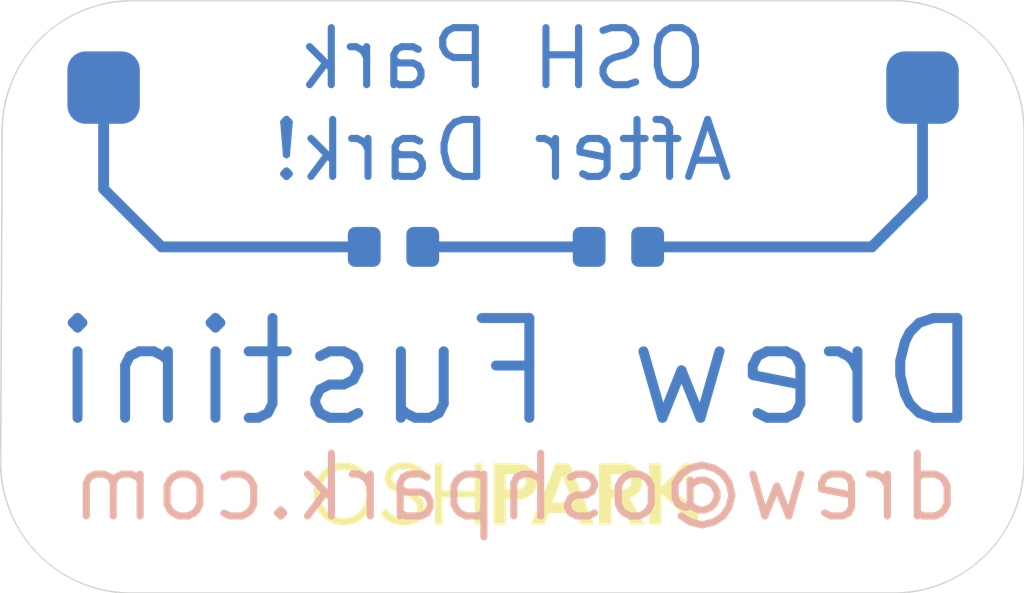
<source format=kicad_pcb>
(kicad_pcb (version 20171130) (host pcbnew 5.1.5-52549c5~84~ubuntu19.04.1)

  (general
    (thickness 1.6)
    (drawings 13)
    (tracks 8)
    (zones 0)
    (modules 5)
    (nets 1)
  )

  (page A4)
  (layers
    (0 F.Cu signal)
    (31 B.Cu signal)
    (32 B.Adhes user)
    (33 F.Adhes user)
    (34 B.Paste user)
    (35 F.Paste user)
    (36 B.SilkS user)
    (37 F.SilkS user)
    (38 B.Mask user)
    (39 F.Mask user)
    (40 Dwgs.User user)
    (41 Cmts.User user)
    (42 Eco1.User user)
    (43 Eco2.User user)
    (44 Edge.Cuts user)
    (45 Margin user)
    (46 B.CrtYd user)
    (47 F.CrtYd user)
    (48 B.Fab user)
    (49 F.Fab user)
  )

  (setup
    (last_trace_width 0.25)
    (trace_clearance 0.2)
    (zone_clearance 0.508)
    (zone_45_only no)
    (trace_min 0.2)
    (via_size 0.8)
    (via_drill 0.4)
    (via_min_size 0.4)
    (via_min_drill 0.3)
    (uvia_size 0.3)
    (uvia_drill 0.1)
    (uvias_allowed no)
    (uvia_min_size 0.2)
    (uvia_min_drill 0.1)
    (edge_width 0.05)
    (segment_width 0.2)
    (pcb_text_width 0.3)
    (pcb_text_size 1.5 1.5)
    (mod_edge_width 0.12)
    (mod_text_size 1 1)
    (mod_text_width 0.15)
    (pad_size 2.54 2.54)
    (pad_drill 0)
    (pad_to_mask_clearance 0.051)
    (solder_mask_min_width 0.25)
    (aux_axis_origin 0 0)
    (visible_elements FFFFEF7F)
    (pcbplotparams
      (layerselection 0x010fc_ffffffff)
      (usegerberextensions false)
      (usegerberattributes false)
      (usegerberadvancedattributes false)
      (creategerberjobfile false)
      (excludeedgelayer true)
      (linewidth 0.100000)
      (plotframeref false)
      (viasonmask false)
      (mode 1)
      (useauxorigin false)
      (hpglpennumber 1)
      (hpglpenspeed 20)
      (hpglpendiameter 15.000000)
      (psnegative false)
      (psa4output false)
      (plotreference true)
      (plotvalue true)
      (plotinvisibletext false)
      (padsonsilk false)
      (subtractmaskfromsilk false)
      (outputformat 1)
      (mirror false)
      (drillshape 1)
      (scaleselection 1)
      (outputdirectory ""))
  )

  (net 0 "")

  (net_class Default "This is the default net class."
    (clearance 0.2)
    (trace_width 0.25)
    (via_dia 0.8)
    (via_drill 0.4)
    (uvia_dia 0.3)
    (uvia_drill 0.1)
  )

  (module afterdark:PinHeader_1x01_P2.54mm_Vertical (layer F.Cu) (tedit 5DFCCB46) (tstamp 5DFCD6B2)
    (at 130.302 64.77 180)
    (descr "Through hole straight pin header, 1x01, 2.54mm pitch, single row")
    (tags "Through hole pin header THT 1x01 2.54mm single row")
    (fp_text reference REF** (at 0 -2.33 180) (layer F.SilkS) hide
      (effects (font (size 1 1) (thickness 0.15)))
    )
    (fp_text value PinHeader_1x01_P2.54mm_Vertical (at 0 2.33 180) (layer F.Fab) hide
      (effects (font (size 1 1) (thickness 0.15)))
    )
    (fp_text user %R (at 0 0 270) (layer F.Fab) hide
      (effects (font (size 1 1) (thickness 0.15)))
    )
    (fp_line (start 1.8 -1.8) (end -1.8 -1.8) (layer F.CrtYd) (width 0.05))
    (fp_line (start 1.8 1.8) (end 1.8 -1.8) (layer F.CrtYd) (width 0.05))
    (fp_line (start -1.8 1.8) (end 1.8 1.8) (layer F.CrtYd) (width 0.05))
    (fp_line (start -1.8 -1.8) (end -1.8 1.8) (layer F.CrtYd) (width 0.05))
    (fp_line (start -1.27 -0.635) (end -0.635 -1.27) (layer F.Fab) (width 0.1))
    (fp_line (start -0.635 -1.27) (end 1.27 -1.27) (layer F.Fab) (width 0.1))
    (pad 1 smd roundrect (at 0 0 180) (size 2.54 2.54) (layers B.Cu B.Paste B.Mask) (roundrect_rratio 0.25))
    (model ${KISYS3DMOD}/Connector_PinHeader_2.54mm.3dshapes/PinHeader_1x01_P2.54mm_Vertical.wrl
      (at (xyz 0 0 0))
      (scale (xyz 1 1 1))
      (rotate (xyz 0 0 0))
    )
  )

  (module afterdark:PinHeader_1x01_P2.54mm_Vertical (layer B.Cu) (tedit 5DFCCB46) (tstamp 5DFCD4FA)
    (at 159.004 64.77)
    (descr "Through hole straight pin header, 1x01, 2.54mm pitch, single row")
    (tags "Through hole pin header THT 1x01 2.54mm single row")
    (fp_text reference REF** (at 0 2.33) (layer B.SilkS) hide
      (effects (font (size 1 1) (thickness 0.15)) (justify mirror))
    )
    (fp_text value PinHeader_1x01_P2.54mm_Vertical (at 0 -2.33) (layer B.Fab) hide
      (effects (font (size 1 1) (thickness 0.15)) (justify mirror))
    )
    (fp_line (start -0.635 1.27) (end 1.27 1.27) (layer B.Fab) (width 0.1))
    (fp_line (start -1.27 0.635) (end -0.635 1.27) (layer B.Fab) (width 0.1))
    (fp_line (start -1.8 1.8) (end -1.8 -1.8) (layer B.CrtYd) (width 0.05))
    (fp_line (start -1.8 -1.8) (end 1.8 -1.8) (layer B.CrtYd) (width 0.05))
    (fp_line (start 1.8 -1.8) (end 1.8 1.8) (layer B.CrtYd) (width 0.05))
    (fp_line (start 1.8 1.8) (end -1.8 1.8) (layer B.CrtYd) (width 0.05))
    (fp_text user %R (at 0 0 -90) (layer B.Fab) hide
      (effects (font (size 1 1) (thickness 0.15)) (justify mirror))
    )
    (pad 1 smd roundrect (at 0 0) (size 2.54 2.54) (layers B.Cu B.Paste B.Mask) (roundrect_rratio 0.25))
    (model ${KISYS3DMOD}/Connector_PinHeader_2.54mm.3dshapes/PinHeader_1x01_P2.54mm_Vertical.wrl
      (at (xyz 0 0 0))
      (scale (xyz 1 1 1))
      (rotate (xyz 0 0 0))
    )
  )

  (module oshpark:OSH_small_silk (layer F.Cu) (tedit 5DFCC9DD) (tstamp 5D572782)
    (at 144.4244 71.8312)
    (descr "Imported from OSHPARK.svg")
    (tags svg2mod)
    (attr smd)
    (fp_text reference OSH_small (at 0 -11.457835) (layer F.Cu) hide
      (effects (font (size 1.524 1.524) (thickness 0.3048)))
    )
    (fp_text value G*** (at 0 11.457835) (layer F.Cu) hide
      (effects (font (size 1.524 1.524) (thickness 0.3048)))
    )
    (fp_poly (pts (xy 6.76111 6.120635) (xy 6.20884 6.120635) (xy 5.42765 6.959055) (xy 5.42765 6.120635)
      (xy 4.99557 6.120635) (xy 4.99557 8.266755) (xy 5.42765 8.266755) (xy 5.42765 7.193695)
      (xy 6.7096 8.409835) (xy 6.7096 7.831805) (xy 5.87118 7.056345) (xy 6.76111 6.120635)) (layer F.SilkS) (width 0))
    (fp_poly (pts (xy 4.31659 7.328185) (xy 4.11009 7.022185) (xy 3.67228 7.022185) (xy 3.67228 6.495675)
      (xy 4.11009 6.495675) (xy 4.16319 6.500675) (xy 4.21239 6.515675) (xy 4.25669 6.539575)
      (xy 4.29509 6.571375) (xy 4.32669 6.610075) (xy 4.35039 6.654875) (xy 4.36539 6.704775)
      (xy 4.37039 6.758775) (xy 4.36539 6.812775) (xy 4.35069 6.862675) (xy 4.32729 6.907475)
      (xy 4.29609 6.946175) (xy 4.25789 6.977975) (xy 4.21359 7.001875) (xy 4.16399 7.016875)
      (xy 4.11009 7.021875) (xy 4.11009 7.022185) (xy 4.31659 7.328185) (xy 4.41049 7.296585)
      (xy 4.49619 7.251785) (xy 4.57229 7.194785) (xy 4.63749 7.126585) (xy 4.69049 7.048185)
      (xy 4.72989 6.960585) (xy 4.75449 6.864785) (xy 4.76249 6.761805) (xy 4.74979 6.631575)
      (xy 4.71319 6.510755) (xy 4.65509 6.401815) (xy 4.57799 6.307215) (xy 4.48419 6.229415)
      (xy 4.37621 6.170715) (xy 4.25643 6.133715) (xy 4.12726 6.120815) (xy 3.2402 6.120815)
      (xy 3.2402 8.266935) (xy 3.67228 8.266935) (xy 3.67228 7.356985) (xy 3.88403 7.356985)
      (xy 4.35332 8.266935) (xy 4.83691 8.266935) (xy 4.31612 7.328365) (xy 4.31659 7.328185)) (layer F.SilkS) (width 0))
    (fp_poly (pts (xy 2.59844 8.266755) (xy 1.96319 6.558445) (xy 2.31515 7.505595) (xy 1.60836 7.505595)
      (xy 1.96319 6.558445) (xy 2.59844 8.266755) (xy 3.06487 8.266755) (xy 2.20355 6.120635)
      (xy 1.71996 6.120635) (xy 0.85865 8.266755) (xy 1.32508 8.266755) (xy 1.47674 7.860425)
      (xy 2.44678 7.860425) (xy 2.59844 8.266755)) (layer F.SilkS) (width 0))
    (fp_poly (pts (xy 0.00118 -8.409695) (xy 0.00043 -3.623025) (xy 0.21316 -3.612325) (xy 0.41974 -3.580825)
      (xy 0.61914 -3.529525) (xy 0.81031 -3.459525) (xy 0.99219 -3.371925) (xy 1.16375 -3.267695)
      (xy 1.32394 -3.147905) (xy 1.4717 -3.013605) (xy 1.606 -2.865845) (xy 1.72579 -2.705655)
      (xy 1.83001 -2.534105) (xy 1.91761 -2.352215) (xy 1.98761 -2.161055) (xy 2.03891 -1.961655)
      (xy 2.07041 -1.755065) (xy 2.08111 -1.542335) (xy 2.07041 -1.329495) (xy 2.03891 -1.122805)
      (xy 1.98771 -0.923315) (xy 1.91781 -0.732055) (xy 1.83021 -0.550075) (xy 1.726 -0.378435)
      (xy 1.60622 -0.218175) (xy 1.47192 -0.070335) (xy 1.32415 0.064025) (xy 1.16396 0.183875)
      (xy 0.99238 0.288155) (xy 0.81047 0.375855) (xy 0.61928 0.445855) (xy 0.41984 0.497155)
      (xy 0.21321 0.528655) (xy 0.00043 0.539455) (xy -0.21235 0.528655) (xy -0.41897 0.497155)
      (xy -0.6184 0.445855) (xy -0.80958 0.375855) (xy -0.99147 0.288155) (xy -1.16302 0.183875)
      (xy -1.3232 0.064025) (xy -1.47095 -0.070335) (xy -1.60524 -0.218175) (xy -1.72501 -0.378435)
      (xy -1.82922 -0.550075) (xy -1.91682 -0.732055) (xy -1.98682 -0.923315) (xy -2.03812 -1.122805)
      (xy -2.06962 -1.329495) (xy -2.08032 -1.542335) (xy -2.06962 -1.755065) (xy -2.03812 -1.961655)
      (xy -1.98682 -2.161055) (xy -1.91682 -2.352215) (xy -1.82922 -2.534105) (xy -1.72501 -2.705655)
      (xy -1.60524 -2.865845) (xy -1.47095 -3.013605) (xy -1.3232 -3.147905) (xy -1.16302 -3.267695)
      (xy -0.99147 -3.371925) (xy -0.80958 -3.459525) (xy -0.6184 -3.529525) (xy -0.41897 -3.580825)
      (xy -0.21235 -3.612325) (xy 0.00043 -3.623025) (xy 0.00118 -8.409695) (xy -0.14129 -8.393995)
      (xy -0.2674 -8.349495) (xy -0.378 -8.279795) (xy -0.4739 -8.188495) (xy -0.556 -8.079355)
      (xy -0.6251 -7.956025) (xy -0.6821 -7.822195) (xy -0.7278 -7.681515) (xy -1.04856 -6.462625)
      (xy -1.30304 -6.403425) (xy -1.55293 -6.331225) (xy -2.43795 -7.223815) (xy -2.5541 -7.325575)
      (xy -2.67331 -7.414275) (xy -2.79523 -7.486675) (xy -2.91953 -7.539575) (xy -3.04586 -7.569675)
      (xy -3.17388 -7.573675) (xy -3.30323 -7.548275) (xy -3.43358 -7.490275) (xy -3.54913 -7.405275)
      (xy -3.63603 -7.303485) (xy -3.69693 -7.187695) (xy -3.73433 -7.060655) (xy -3.75073 -6.925095)
      (xy -3.74873 -6.783755) (xy -3.73103 -6.639375) (xy -3.70003 -6.494705) (xy -3.36893 -5.282225)
      (xy -3.55878 -5.102185) (xy -3.73879 -4.912505) (xy -4.95156 -5.242875) (xy -5.10317 -5.273475)
      (xy -5.25088 -5.290975) (xy -5.39277 -5.292975) (xy -5.5269 -5.276575) (xy -5.65135 -5.239375)
      (xy -5.76419 -5.178675) (xy -5.86349 -5.091975) (xy -5.94729 -4.976645) (xy -6.00489 -4.845335)
      (xy -6.02929 -4.713775) (xy -6.02429 -4.583095) (xy -5.99309 -4.454385) (xy -5.93949 -4.328745)
      (xy -5.86709 -4.207285) (xy -5.77959 -4.091105) (xy -5.68049 -3.981305) (xy -4.78848 -3.096875)
      (xy -4.86248 -2.846755) (xy -4.92388 -2.591195) (xy -6.13913 -2.271315) (xy -6.28557 -2.221815)
      (xy -6.42211 -2.163015) (xy -6.54579 -2.093715) (xy -6.65364 -2.012515) (xy -6.74264 -1.918115)
      (xy -6.80994 -1.809295) (xy -6.85244 -1.684715) (xy -6.86724 -1.543065) (xy -6.85154 -1.400675)
      (xy -6.80704 -1.274595) (xy -6.73724 -1.163985) (xy -6.64594 -1.068085) (xy -6.5368 -0.985985)
      (xy -6.41347 -0.916885) (xy -6.27964 -0.859985) (xy -6.13897 -0.814385) (xy -4.92372 -0.494365)
      (xy -4.86232 -0.239235) (xy -4.78842 0.010885) (xy -5.68043 0.895605) (xy -5.78261 1.011585)
      (xy -5.87161 1.130695) (xy -5.94411 1.252585) (xy -5.99701 1.376885) (xy -6.02701 1.503265)
      (xy -6.03101 1.631355) (xy -6.00551 1.760795) (xy -5.94741 1.891235) (xy -5.86251 2.006695)
      (xy -5.76079 2.093495) (xy -5.64502 2.154295) (xy -5.51794 2.191595) (xy -5.38232 2.207995)
      (xy -5.24091 2.205995) (xy -5.09648 2.188395) (xy -4.95178 2.157595) (xy -3.73916 1.826495)
      (xy -3.55915 2.015885) (xy -3.36929 2.196065) (xy -3.70039 3.409125) (xy -3.73109 3.560565)
      (xy -3.74869 3.708175) (xy -3.75069 3.850005) (xy -3.73429 3.984105) (xy -3.69709 4.108515)
      (xy -3.63639 4.221295) (xy -3.54959 4.320495) (xy -3.43416 4.404195) (xy -3.30285 4.461895)
      (xy -3.17132 4.486395) (xy -3.04066 4.481395) (xy -2.91197 4.450195) (xy -2.78636 4.396595)
      (xy -2.66492 4.324295) (xy -2.54876 4.236795) (xy -2.43897 4.137795) (xy -1.55409 3.245195)
      (xy -1.30401 3.319295) (xy -1.0487 3.380995) (xy -0.72882 4.596245) (xy -0.67942 4.742405)
      (xy -0.62072 4.878745) (xy -0.55142 5.002265) (xy -0.47012 5.110005) (xy -0.37562 5.199005)
      (xy -0.26663 5.266305) (xy -0.14183 5.308805) (xy 0.0001 5.323605) (xy 0.1423 5.307905)
      (xy 0.26821 5.263405) (xy 0.37868 5.193705) (xy 0.47448 5.102505) (xy 0.55658 4.993495)
      (xy 0.62568 4.870315) (xy 0.68268 4.736655) (xy 0.72838 4.596185) (xy 1.04825 3.380645)
      (xy 1.30343 3.319445) (xy 1.55379 3.245445) (xy 2.43852 4.137905) (xy 2.55442 4.240085)
      (xy 2.67348 4.329085) (xy 2.79535 4.401685) (xy 2.91965 4.454585) (xy 3.04602 4.484585)
      (xy 3.17409 4.488585) (xy 3.30349 4.462985) (xy 3.43386 4.404785) (xy 3.5493 4.319985)
      (xy 3.6361 4.218365) (xy 3.6969 4.102685) (xy 3.7342 3.975695) (xy 3.7507 3.840155)
      (xy 3.7487 3.698805) (xy 3.7312 3.554415) (xy 3.7006 3.409725) (xy 3.36921 2.196675)
      (xy 3.55866 2.016495) (xy 3.73849 1.827095) (xy 4.95155 2.158195) (xy 5.10316 2.188595)
      (xy 5.25086 2.205995) (xy 5.39274 2.207995) (xy 5.52685 2.191495) (xy 5.65126 2.154195)
      (xy 5.76405 2.093495) (xy 5.86325 2.006695) (xy 5.94695 1.891265) (xy 6.00455 1.759975)
      (xy 6.02895 1.628485) (xy 6.02395 1.497875) (xy 5.99275 1.369255) (xy 5.93915 1.243685)
      (xy 5.86685 1.122265) (xy 5.77935 1.006085) (xy 5.68035 0.896225) (xy 4.78804 0.011495)
      (xy 4.86214 -0.238625) (xy 4.92344 -0.493755) (xy 6.13868 -0.813785) (xy 6.28522 -0.863185)
      (xy 6.42183 -0.921885) (xy 6.54556 -0.991285) (xy 6.65344 -1.072585) (xy 6.74254 -1.167085)
      (xy 6.80984 -1.276075) (xy 6.85244 -1.400845) (xy 6.86724 -1.542705) (xy 6.85194 -1.684715)
      (xy 6.80764 -1.810495) (xy 6.73804 -1.920855) (xy 6.64694 -2.016655) (xy 6.53789 -2.098655)
      (xy 6.41461 -2.167755) (xy 6.2808 -2.224755) (xy 6.14013 -2.270455) (xy 4.92488 -2.590335)
      (xy 4.86358 -2.845855) (xy 4.78948 -3.095735) (xy 5.68179 -3.980895) (xy 5.78395 -4.096695)
      (xy 5.87285 -4.215675) (xy 5.94535 -4.337485) (xy 5.99815 -4.461745) (xy 6.02805 -4.588095)
      (xy 6.03205 -4.716185) (xy 6.00655 -4.845635) (xy 5.94845 -4.976085) (xy 5.86365 -5.091375)
      (xy 5.76206 -5.178075) (xy 5.64641 -5.238875) (xy 5.51943 -5.276175) (xy 5.38387 -5.292675)
      (xy 5.24246 -5.290675) (xy 5.09796 -5.273075) (xy 4.9531 -5.242275) (xy 3.74019 -4.911755)
      (xy 3.5604 -5.101105) (xy 3.3712 -5.281035) (xy 3.70215 -6.493945) (xy 3.73265 -6.645465)
      (xy 3.75005 -6.793085) (xy 3.75205 -6.934915) (xy 3.73565 -7.069005) (xy 3.69835 -7.193445)
      (xy 3.63755 -7.306295) (xy 3.55075 -7.405695) (xy 3.43522 -7.489595) (xy 3.30408 -7.547095)
      (xy 3.17265 -7.571395) (xy 3.04204 -7.566395) (xy 2.91335 -7.535095) (xy 2.78769 -7.481395)
      (xy 2.66618 -7.408995) (xy 2.54992 -7.321595) (xy 2.44003 -7.222795) (xy 1.55545 -6.330485)
      (xy 1.30598 -6.402785) (xy 1.05107 -6.462485) (xy 0.73018 -7.681375) (xy 0.68058 -7.827915)
      (xy 0.62168 -7.964525) (xy 0.55228 -8.088255) (xy 0.47098 -8.196135) (xy 0.37658 -8.285235)
      (xy 0.2677 -8.352535) (xy 0.14304 -8.395035) (xy 0.0013 -8.409835) (xy 0.00118 -8.409695)) (layer F.Mask) (width 0.073847))
    (fp_poly (pts (xy 0.42791 6.120635) (xy -0.02711 6.495535) (xy 0.38781 6.495535) (xy 0.44521 6.500535)
      (xy 0.49851 6.515035) (xy 0.54661 6.538335) (xy 0.58851 6.569635) (xy 0.62301 6.608335)
      (xy 0.64901 6.653735) (xy 0.66541 6.705135) (xy 0.67141 6.761735) (xy 0.66541 6.820135)
      (xy 0.64901 6.872535) (xy 0.62301 6.918535) (xy 0.58851 6.957435) (xy 0.54661 6.988635)
      (xy 0.49851 7.011635) (xy 0.44521 7.025835) (xy 0.38781 7.030835) (xy 0.38781 7.030635)
      (xy -0.02711 7.030635) (xy -0.02711 6.495535) (xy 0.42791 6.120635) (xy -0.45915 6.120635)
      (xy -0.45915 8.266755) (xy -0.02707 8.266755) (xy -0.02707 7.382555) (xy 0.42791 7.382555)
      (xy 0.5579 7.370355) (xy 0.67807 7.335055) (xy 0.78609 7.278855) (xy 0.87969 7.203855)
      (xy 0.95649 7.112155) (xy 1.01419 7.006005) (xy 1.05049 6.887525) (xy 1.06309 6.758845)
      (xy 1.05049 6.630375) (xy 1.01419 6.510655) (xy 0.95649 6.402275) (xy 0.87969 6.307775)
      (xy 0.78609 6.229775) (xy 0.67807 6.170875) (xy 0.5579 6.133675) (xy 0.42791 6.120675)
      (xy 0.42791 6.120635)) (layer F.SilkS) (width 0))
    (fp_poly (pts (xy -1.10433 6.120635) (xy -1.10433 7.076375) (xy -2.24607 7.076375) (xy -2.24607 6.120635)
      (xy -2.50646 6.120635) (xy -2.50646 8.266755) (xy -2.24607 8.266755) (xy -2.24607 7.311015)
      (xy -1.10433 7.311015) (xy -1.10433 8.266755) (xy -0.84394 8.266755) (xy -0.84394 6.120635)
      (xy -1.10433 6.120635)) (layer F.SilkS) (width 0))
    (fp_poly (pts (xy -3.5907 8.295375) (xy -3.44187 8.286375) (xy -3.30406 8.258975) (xy -3.18001 8.212975)
      (xy -3.07241 8.147975) (xy -2.98401 8.063675) (xy -2.91751 7.959725) (xy -2.87561 7.835805)
      (xy -2.86101 7.691555) (xy -2.87691 7.552235) (xy -2.92141 7.434915) (xy -2.98981 7.336615)
      (xy -3.07751 7.254415) (xy -3.17982 7.185415) (xy -3.29208 7.126615) (xy -3.52784 7.027715)
      (xy -3.70664 6.955515) (xy -3.85727 6.872815) (xy -3.91627 6.823915) (xy -3.96127 6.768115)
      (xy -3.98997 6.703915) (xy -4.00007 6.629915) (xy -3.99207 6.554915) (xy -3.96807 6.490615)
      (xy -3.93017 6.436915) (xy -3.88027 6.393515) (xy -3.82017 6.360115) (xy -3.75177 6.336615)
      (xy -3.67677 6.322615) (xy -3.59697 6.317615) (xy -3.50107 6.322615) (xy -3.41297 6.336315)
      (xy -3.33277 6.358215) (xy -3.26037 6.387715) (xy -3.19597 6.424015) (xy -3.13947 6.466415)
      (xy -3.05047 6.566885) (xy -2.87592 6.389475) (xy -2.93462 6.327375) (xy -3.00322 6.270575)
      (xy -3.08132 6.219875) (xy -3.16862 6.176275) (xy -3.26472 6.140775) (xy -3.36936 6.114275)
      (xy -3.48217 6.097675) (xy -3.60284 6.091675) (xy -3.73476 6.100675) (xy -3.85823 6.127675)
      (xy -3.97043 6.172275) (xy -4.06853 6.234275) (xy -4.14973 6.313275) (xy -4.21123 6.408975)
      (xy -4.25023 6.521165) (xy -4.26383 6.649475) (xy -4.24983 6.769025) (xy -4.21043 6.869725)
      (xy -4.14943 6.954225) (xy -4.07063 7.025125) (xy -3.97793 7.085025) (xy -3.87509 7.136525)
      (xy -3.6543 7.224725) (xy -3.4565 7.304325) (xy -3.3666 7.348925) (xy -3.2866 7.399625)
      (xy -3.2195 7.458525) (xy -3.1682 7.527725) (xy -3.1357 7.609325) (xy -3.1249 7.705425)
      (xy -3.1349 7.789025) (xy -3.1618 7.860025) (xy -3.2038 7.918825) (xy -3.2593 7.965825)
      (xy -3.3266 8.001625) (xy -3.404 8.026625) (xy -3.4899 8.041225) (xy -3.5826 8.046225)
      (xy -3.69075 8.039225) (xy -3.79323 8.020125) (xy -3.88863 7.989225) (xy -3.97563 7.947425)
      (xy -4.05283 7.895625) (xy -4.11893 7.834625) (xy -4.17243 7.765125) (xy -4.21203 7.688125)
      (xy -4.40088 7.879845) (xy -4.33778 7.967545) (xy -4.26108 8.047345) (xy -4.17208 8.118045)
      (xy -4.07218 8.178545) (xy -3.96276 8.227645) (xy -3.84518 8.264145) (xy -3.72084 8.286945)
      (xy -3.59109 8.294945) (xy -3.5907 8.295375)) (layer F.SilkS) (width 0))
    (fp_poly (pts (xy -5.71389 8.295375) (xy -5.71389 8.046425) (xy -5.88469 8.029425) (xy -6.03947 7.980425)
      (xy -6.17614 7.902625) (xy -6.29262 7.799265) (xy -6.38682 7.673515) (xy -6.45672 7.528545)
      (xy -6.50022 7.367545) (xy -6.51512 7.193705) (xy -6.50022 7.019865) (xy -6.45672 6.858865)
      (xy -6.38682 6.713895) (xy -6.29262 6.588145) (xy -6.17614 6.484785) (xy -6.03947 6.406985)
      (xy -5.88469 6.357985) (xy -5.71389 6.340985) (xy -5.54238 6.357985) (xy -5.38754 6.406985)
      (xy -5.25128 6.484785) (xy -5.13551 6.588145) (xy -5.04211 6.713895) (xy -4.97301 6.858865)
      (xy -4.93021 7.019865) (xy -4.91551 7.193705) (xy -4.93021 7.367545) (xy -4.97301 7.528545)
      (xy -5.04211 7.673515) (xy -5.13551 7.799265) (xy -5.25128 7.902625) (xy -5.38754 7.980425)
      (xy -5.54238 8.029425) (xy -5.71389 8.046425) (xy -5.71389 8.295375) (xy -5.60215 8.289375)
      (xy -5.49471 8.272675) (xy -5.39197 8.245575) (xy -5.29437 8.208575) (xy -5.20217 8.162275)
      (xy -5.11587 8.107175) (xy -5.03597 8.043775) (xy -4.96277 7.972775) (xy -4.89667 7.894575)
      (xy -4.83807 7.809775) (xy -4.78737 7.718975) (xy -4.74497 7.622675) (xy -4.71127 7.521405)
      (xy -4.68667 7.415745) (xy -4.67167 7.306225) (xy -4.66667 7.193415) (xy -4.67167 7.080595)
      (xy -4.68667 6.971085) (xy -4.71127 6.865415) (xy -4.74497 6.764145) (xy -4.78737 6.667845)
      (xy -4.83807 6.577045) (xy -4.89667 6.492245) (xy -4.96277 6.414045) (xy -5.03597 6.342945)
      (xy -5.11587 6.279545) (xy -5.20217 6.224445) (xy -5.29437 6.178145) (xy -5.39197 6.141145)
      (xy -5.49471 6.114045) (xy -5.60215 6.097345) (xy -5.71389 6.091345) (xy -5.82609 6.097345)
      (xy -5.93388 6.114045) (xy -6.03687 6.141145) (xy -6.13467 6.178145) (xy -6.22687 6.224445)
      (xy -6.31307 6.279545) (xy -6.39297 6.342945) (xy -6.46607 6.414045) (xy -6.53207 6.492245)
      (xy -6.59047 6.577045) (xy -6.64097 6.667845) (xy -6.68317 6.764145) (xy -6.71667 6.865415)
      (xy -6.74107 6.971085) (xy -6.75597 7.080595) (xy -6.76097 7.193415) (xy -6.75597 7.306225)
      (xy -6.74107 7.415745) (xy -6.71667 7.521405) (xy -6.68317 7.622675) (xy -6.64097 7.718975)
      (xy -6.59047 7.809775) (xy -6.53207 7.894575) (xy -6.46607 7.972775) (xy -6.39297 8.043775)
      (xy -6.31307 8.107175) (xy -6.22687 8.162275) (xy -6.13467 8.208575) (xy -6.03687 8.245575)
      (xy -5.93388 8.272675) (xy -5.82609 8.289375) (xy -5.71389 8.295375)) (layer F.SilkS) (width 0))
  )

  (module Capacitor_SMD:C_0805_2012Metric_Pad1.15x1.40mm_HandSolder (layer B.Cu) (tedit 5DE80171) (tstamp 5DE89C17)
    (at 140.462 70.358)
    (descr "Capacitor SMD 0805 (2012 Metric), square (rectangular) end terminal, IPC_7351 nominal with elongated pad for handsoldering. (Body size source: https://docs.google.com/spreadsheets/d/1BsfQQcO9C6DZCsRaXUlFlo91Tg2WpOkGARC1WS5S8t0/edit?usp=sharing), generated with kicad-footprint-generator")
    (tags "capacitor handsolder")
    (attr smd)
    (fp_text reference REF** (at 0 1.65) (layer B.SilkS) hide
      (effects (font (size 1 1) (thickness 0.15)) (justify mirror))
    )
    (fp_text value C_0805_2012Metric_Pad1.15x1.40mm_HandSolder (at 0 -1.65) (layer B.Fab) hide
      (effects (font (size 1 1) (thickness 0.15)) (justify mirror))
    )
    (fp_text user %R (at 0.2667 0.1397) (layer B.Fab) hide
      (effects (font (size 0.5 0.5) (thickness 0.08)) (justify mirror))
    )
    (fp_line (start 1.85 -0.95) (end -1.85 -0.95) (layer B.CrtYd) (width 0.05))
    (fp_line (start 1.85 0.95) (end 1.85 -0.95) (layer B.CrtYd) (width 0.05))
    (fp_line (start -1.85 0.95) (end 1.85 0.95) (layer B.CrtYd) (width 0.05))
    (fp_line (start -1.85 -0.95) (end -1.85 0.95) (layer B.CrtYd) (width 0.05))
    (fp_line (start 1 -0.6) (end -1 -0.6) (layer B.Fab) (width 0.1))
    (fp_line (start 1 0.6) (end 1 -0.6) (layer B.Fab) (width 0.1))
    (fp_line (start -1 0.6) (end 1 0.6) (layer B.Fab) (width 0.1))
    (fp_line (start -1 -0.6) (end -1 0.6) (layer B.Fab) (width 0.1))
    (pad 2 smd roundrect (at 1.025 0) (size 1.15 1.4) (layers B.Cu B.Paste B.Mask) (roundrect_rratio 0.217391))
    (pad 1 smd roundrect (at -1.025 0) (size 1.15 1.4) (layers B.Cu B.Paste B.Mask) (roundrect_rratio 0.217391))
    (model ${KISYS3DMOD}/Capacitor_SMD.3dshapes/C_0805_2012Metric.wrl
      (at (xyz 0 0 0))
      (scale (xyz 1 1 1))
      (rotate (xyz 0 0 0))
    )
  )

  (module LED_SMD:LED_0805_2012Metric_Pad1.15x1.40mm_HandSolder (layer B.Cu) (tedit 5DE8015F) (tstamp 5DE8C68C)
    (at 148.345 70.358 180)
    (descr "LED SMD 0805 (2012 Metric), square (rectangular) end terminal, IPC_7351 nominal, (Body size source: https://docs.google.com/spreadsheets/d/1BsfQQcO9C6DZCsRaXUlFlo91Tg2WpOkGARC1WS5S8t0/edit?usp=sharing), generated with kicad-footprint-generator")
    (tags "LED handsolder")
    (attr smd)
    (fp_text reference REF** (at 0 1.65 180) (layer B.SilkS) hide
      (effects (font (size 1 1) (thickness 0.15)) (justify mirror))
    )
    (fp_text value LED_0805_2012Metric_Pad1.15x1.40mm_HandSolder (at 0 -1.65 180) (layer B.Fab) hide
      (effects (font (size 1 1) (thickness 0.15)) (justify mirror))
    )
    (fp_text user %R (at 0 0 180) (layer B.Fab) hide
      (effects (font (size 0.5 0.5) (thickness 0.08)) (justify mirror))
    )
    (fp_line (start 1.85 -0.95) (end -1.85 -0.95) (layer B.CrtYd) (width 0.05))
    (fp_line (start 1.85 0.95) (end 1.85 -0.95) (layer B.CrtYd) (width 0.05))
    (fp_line (start -1.85 0.95) (end 1.85 0.95) (layer B.CrtYd) (width 0.05))
    (fp_line (start -1.85 -0.95) (end -1.85 0.95) (layer B.CrtYd) (width 0.05))
    (fp_line (start 1 -0.6) (end 1 0.6) (layer B.Fab) (width 0.1))
    (fp_line (start -1 -0.6) (end 1 -0.6) (layer B.Fab) (width 0.1))
    (fp_line (start -1 0.3) (end -1 -0.6) (layer B.Fab) (width 0.1))
    (fp_line (start -0.7 0.6) (end -1 0.3) (layer B.Fab) (width 0.1))
    (fp_line (start 1 0.6) (end -0.7 0.6) (layer B.Fab) (width 0.1))
    (pad 2 smd roundrect (at 1.025 0 180) (size 1.15 1.4) (layers B.Cu B.Paste B.Mask) (roundrect_rratio 0.217391))
    (pad 1 smd roundrect (at -1.025 0 180) (size 1.15 1.4) (layers B.Cu B.Paste B.Mask) (roundrect_rratio 0.217391))
    (model ${KISYS3DMOD}/LED_SMD.3dshapes/LED_0805_2012Metric.wrl
      (at (xyz 0 0 0))
      (scale (xyz 1 1 1))
      (rotate (xyz 0 0 0))
    )
  )

  (gr_text "Drew Fustini" (at 144.8054 74.7522) (layer B.Mask) (tstamp 5DE7288D)
    (effects (font (size 3.5 3.5) (thickness 0.35)) (justify mirror))
  )
  (gr_text drew@oshpark.com (at 144.7292 78.7908) (layer B.SilkS) (tstamp 5D57279B)
    (effects (font (size 2.2 2.2) (thickness 0.25)) (justify mirror))
  )
  (gr_text "Drew Fustini" (at 144.8054 74.7522) (layer B.Paste) (tstamp 5D570DC8)
    (effects (font (size 3.5 3.5) (thickness 0.35)) (justify mirror))
  )
  (gr_text "Drew Fustini" (at 144.8054 74.7522) (layer B.Cu) (tstamp 5D3E808C)
    (effects (font (size 3.5 3.5) (thickness 0.35)) (justify mirror))
  )
  (gr_text "OSH Park\nAfter Dark!" (at 144.28216 65.36436) (layer B.Cu) (tstamp 5DE8CAC7)
    (effects (font (size 2 2) (thickness 0.25)) (justify mirror))
  )
  (gr_line (start 126.746 66.294) (end 126.6952 77.9272) (layer Edge.Cuts) (width 0.05) (tstamp 5CD3EA20))
  (gr_line (start 157.988 82.4992) (end 131.2672 82.4992) (layer Edge.Cuts) (width 0.05) (tstamp 5CD3EA01))
  (gr_line (start 162.56 66.294) (end 162.56 77.9272) (layer Edge.Cuts) (width 0.05) (tstamp 5CD3E9C1))
  (gr_line (start 131.318 61.722) (end 157.988 61.722) (layer Edge.Cuts) (width 0.05) (tstamp 5CD3E9A9))
  (gr_arc (start 157.988 77.9272) (end 157.988 82.4992) (angle -90) (layer Edge.Cuts) (width 0.05) (tstamp 5CD3E94D))
  (gr_arc (start 131.2672 77.9272) (end 126.6952 77.9272) (angle -90) (layer Edge.Cuts) (width 0.05) (tstamp 5CD3E932))
  (gr_arc (start 131.318 66.294) (end 131.318 61.722) (angle -90) (layer Edge.Cuts) (width 0.05) (tstamp 5CD3E8FE))
  (gr_arc (start 157.988 66.294) (end 162.56 66.294) (angle -90) (layer Edge.Cuts) (width 0.05))

  (segment (start 130.302 64.77) (end 130.302 68.326) (width 0.381) (layer B.Cu) (net 0))
  (segment (start 132.334 70.358) (end 139.437 70.358) (width 0.381) (layer B.Cu) (net 0))
  (segment (start 130.302 68.326) (end 132.334 70.358) (width 0.381) (layer B.Cu) (net 0))
  (segment (start 142.062 70.358) (end 147.32 70.358) (width 0.381) (layer B.Cu) (net 0))
  (segment (start 141.487 70.358) (end 142.062 70.358) (width 0.381) (layer B.Cu) (net 0))
  (segment (start 159.004 68.58) (end 159.004 64.77) (width 0.381) (layer B.Cu) (net 0))
  (segment (start 149.37 70.358) (end 157.226 70.358) (width 0.381) (layer B.Cu) (net 0))
  (segment (start 157.226 70.358) (end 159.004 68.58) (width 0.381) (layer B.Cu) (net 0))

)

</source>
